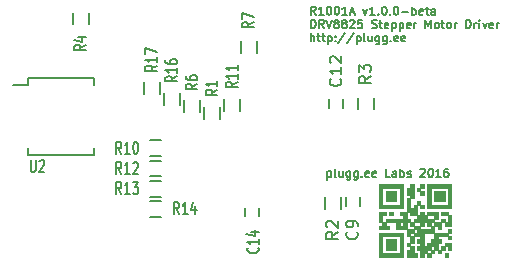
<source format=gbr>
G04 #@! TF.FileFunction,Legend,Top*
%FSLAX46Y46*%
G04 Gerber Fmt 4.6, Leading zero omitted, Abs format (unit mm)*
G04 Created by KiCad (PCBNEW 4.0.2+e4-6225~38~ubuntu14.04.1-stable) date Sat 23 Jul 2016 00:12:46 PDT*
%MOMM*%
G01*
G04 APERTURE LIST*
%ADD10C,0.100000*%
%ADD11C,0.150000*%
%ADD12C,0.010000*%
G04 APERTURE END LIST*
D10*
D11*
X154391667Y-85050000D02*
X154391667Y-85750000D01*
X154391667Y-85083333D02*
X154458333Y-85050000D01*
X154591667Y-85050000D01*
X154658333Y-85083333D01*
X154691667Y-85116667D01*
X154725000Y-85183333D01*
X154725000Y-85383333D01*
X154691667Y-85450000D01*
X154658333Y-85483333D01*
X154591667Y-85516667D01*
X154458333Y-85516667D01*
X154391667Y-85483333D01*
X155125000Y-85516667D02*
X155058333Y-85483333D01*
X155025000Y-85416667D01*
X155025000Y-84816667D01*
X155691667Y-85050000D02*
X155691667Y-85516667D01*
X155391667Y-85050000D02*
X155391667Y-85416667D01*
X155425000Y-85483333D01*
X155491667Y-85516667D01*
X155591667Y-85516667D01*
X155658333Y-85483333D01*
X155691667Y-85450000D01*
X156325000Y-85050000D02*
X156325000Y-85616667D01*
X156291666Y-85683333D01*
X156258333Y-85716667D01*
X156191666Y-85750000D01*
X156091666Y-85750000D01*
X156025000Y-85716667D01*
X156325000Y-85483333D02*
X156258333Y-85516667D01*
X156125000Y-85516667D01*
X156058333Y-85483333D01*
X156025000Y-85450000D01*
X155991666Y-85383333D01*
X155991666Y-85183333D01*
X156025000Y-85116667D01*
X156058333Y-85083333D01*
X156125000Y-85050000D01*
X156258333Y-85050000D01*
X156325000Y-85083333D01*
X156958333Y-85050000D02*
X156958333Y-85616667D01*
X156924999Y-85683333D01*
X156891666Y-85716667D01*
X156824999Y-85750000D01*
X156724999Y-85750000D01*
X156658333Y-85716667D01*
X156958333Y-85483333D02*
X156891666Y-85516667D01*
X156758333Y-85516667D01*
X156691666Y-85483333D01*
X156658333Y-85450000D01*
X156624999Y-85383333D01*
X156624999Y-85183333D01*
X156658333Y-85116667D01*
X156691666Y-85083333D01*
X156758333Y-85050000D01*
X156891666Y-85050000D01*
X156958333Y-85083333D01*
X157291666Y-85450000D02*
X157324999Y-85483333D01*
X157291666Y-85516667D01*
X157258332Y-85483333D01*
X157291666Y-85450000D01*
X157291666Y-85516667D01*
X157891665Y-85483333D02*
X157824999Y-85516667D01*
X157691665Y-85516667D01*
X157624999Y-85483333D01*
X157591665Y-85416667D01*
X157591665Y-85150000D01*
X157624999Y-85083333D01*
X157691665Y-85050000D01*
X157824999Y-85050000D01*
X157891665Y-85083333D01*
X157924999Y-85150000D01*
X157924999Y-85216667D01*
X157591665Y-85283333D01*
X158491665Y-85483333D02*
X158424999Y-85516667D01*
X158291665Y-85516667D01*
X158224999Y-85483333D01*
X158191665Y-85416667D01*
X158191665Y-85150000D01*
X158224999Y-85083333D01*
X158291665Y-85050000D01*
X158424999Y-85050000D01*
X158491665Y-85083333D01*
X158524999Y-85150000D01*
X158524999Y-85216667D01*
X158191665Y-85283333D01*
X159691665Y-85516667D02*
X159358332Y-85516667D01*
X159358332Y-84816667D01*
X160224999Y-85516667D02*
X160224999Y-85150000D01*
X160191665Y-85083333D01*
X160124999Y-85050000D01*
X159991665Y-85050000D01*
X159924999Y-85083333D01*
X160224999Y-85483333D02*
X160158332Y-85516667D01*
X159991665Y-85516667D01*
X159924999Y-85483333D01*
X159891665Y-85416667D01*
X159891665Y-85350000D01*
X159924999Y-85283333D01*
X159991665Y-85250000D01*
X160158332Y-85250000D01*
X160224999Y-85216667D01*
X160558332Y-85516667D02*
X160558332Y-84816667D01*
X160558332Y-85083333D02*
X160624998Y-85050000D01*
X160758332Y-85050000D01*
X160824998Y-85083333D01*
X160858332Y-85116667D01*
X160891665Y-85183333D01*
X160891665Y-85383333D01*
X160858332Y-85450000D01*
X160824998Y-85483333D01*
X160758332Y-85516667D01*
X160624998Y-85516667D01*
X160558332Y-85483333D01*
X161158331Y-85483333D02*
X161224998Y-85516667D01*
X161358331Y-85516667D01*
X161424998Y-85483333D01*
X161458331Y-85416667D01*
X161458331Y-85383333D01*
X161424998Y-85316667D01*
X161358331Y-85283333D01*
X161258331Y-85283333D01*
X161191665Y-85250000D01*
X161158331Y-85183333D01*
X161158331Y-85150000D01*
X161191665Y-85083333D01*
X161258331Y-85050000D01*
X161358331Y-85050000D01*
X161424998Y-85083333D01*
X162258331Y-84883333D02*
X162291665Y-84850000D01*
X162358331Y-84816667D01*
X162524998Y-84816667D01*
X162591665Y-84850000D01*
X162624998Y-84883333D01*
X162658331Y-84950000D01*
X162658331Y-85016667D01*
X162624998Y-85116667D01*
X162224998Y-85516667D01*
X162658331Y-85516667D01*
X163091665Y-84816667D02*
X163158332Y-84816667D01*
X163224998Y-84850000D01*
X163258332Y-84883333D01*
X163291665Y-84950000D01*
X163324998Y-85083333D01*
X163324998Y-85250000D01*
X163291665Y-85383333D01*
X163258332Y-85450000D01*
X163224998Y-85483333D01*
X163158332Y-85516667D01*
X163091665Y-85516667D01*
X163024998Y-85483333D01*
X162991665Y-85450000D01*
X162958332Y-85383333D01*
X162924998Y-85250000D01*
X162924998Y-85083333D01*
X162958332Y-84950000D01*
X162991665Y-84883333D01*
X163024998Y-84850000D01*
X163091665Y-84816667D01*
X163991665Y-85516667D02*
X163591665Y-85516667D01*
X163791665Y-85516667D02*
X163791665Y-84816667D01*
X163724999Y-84916667D01*
X163658332Y-84983333D01*
X163591665Y-85016667D01*
X164591666Y-84816667D02*
X164458332Y-84816667D01*
X164391666Y-84850000D01*
X164358332Y-84883333D01*
X164291666Y-84983333D01*
X164258332Y-85116667D01*
X164258332Y-85383333D01*
X164291666Y-85450000D01*
X164324999Y-85483333D01*
X164391666Y-85516667D01*
X164524999Y-85516667D01*
X164591666Y-85483333D01*
X164624999Y-85450000D01*
X164658332Y-85383333D01*
X164658332Y-85216667D01*
X164624999Y-85150000D01*
X164591666Y-85116667D01*
X164524999Y-85083333D01*
X164391666Y-85083333D01*
X164324999Y-85116667D01*
X164291666Y-85150000D01*
X164258332Y-85216667D01*
X153391667Y-71786667D02*
X153158333Y-71453333D01*
X152991667Y-71786667D02*
X152991667Y-71086667D01*
X153258333Y-71086667D01*
X153325000Y-71120000D01*
X153358333Y-71153333D01*
X153391667Y-71220000D01*
X153391667Y-71320000D01*
X153358333Y-71386667D01*
X153325000Y-71420000D01*
X153258333Y-71453333D01*
X152991667Y-71453333D01*
X154058333Y-71786667D02*
X153658333Y-71786667D01*
X153858333Y-71786667D02*
X153858333Y-71086667D01*
X153791667Y-71186667D01*
X153725000Y-71253333D01*
X153658333Y-71286667D01*
X154491667Y-71086667D02*
X154558334Y-71086667D01*
X154625000Y-71120000D01*
X154658334Y-71153333D01*
X154691667Y-71220000D01*
X154725000Y-71353333D01*
X154725000Y-71520000D01*
X154691667Y-71653333D01*
X154658334Y-71720000D01*
X154625000Y-71753333D01*
X154558334Y-71786667D01*
X154491667Y-71786667D01*
X154425000Y-71753333D01*
X154391667Y-71720000D01*
X154358334Y-71653333D01*
X154325000Y-71520000D01*
X154325000Y-71353333D01*
X154358334Y-71220000D01*
X154391667Y-71153333D01*
X154425000Y-71120000D01*
X154491667Y-71086667D01*
X155158334Y-71086667D02*
X155225001Y-71086667D01*
X155291667Y-71120000D01*
X155325001Y-71153333D01*
X155358334Y-71220000D01*
X155391667Y-71353333D01*
X155391667Y-71520000D01*
X155358334Y-71653333D01*
X155325001Y-71720000D01*
X155291667Y-71753333D01*
X155225001Y-71786667D01*
X155158334Y-71786667D01*
X155091667Y-71753333D01*
X155058334Y-71720000D01*
X155025001Y-71653333D01*
X154991667Y-71520000D01*
X154991667Y-71353333D01*
X155025001Y-71220000D01*
X155058334Y-71153333D01*
X155091667Y-71120000D01*
X155158334Y-71086667D01*
X156058334Y-71786667D02*
X155658334Y-71786667D01*
X155858334Y-71786667D02*
X155858334Y-71086667D01*
X155791668Y-71186667D01*
X155725001Y-71253333D01*
X155658334Y-71286667D01*
X156325001Y-71586667D02*
X156658335Y-71586667D01*
X156258335Y-71786667D02*
X156491668Y-71086667D01*
X156725001Y-71786667D01*
X157425001Y-71320000D02*
X157591668Y-71786667D01*
X157758334Y-71320000D01*
X158391667Y-71786667D02*
X157991667Y-71786667D01*
X158191667Y-71786667D02*
X158191667Y-71086667D01*
X158125001Y-71186667D01*
X158058334Y-71253333D01*
X157991667Y-71286667D01*
X158691668Y-71720000D02*
X158725001Y-71753333D01*
X158691668Y-71786667D01*
X158658334Y-71753333D01*
X158691668Y-71720000D01*
X158691668Y-71786667D01*
X159158334Y-71086667D02*
X159225001Y-71086667D01*
X159291667Y-71120000D01*
X159325001Y-71153333D01*
X159358334Y-71220000D01*
X159391667Y-71353333D01*
X159391667Y-71520000D01*
X159358334Y-71653333D01*
X159325001Y-71720000D01*
X159291667Y-71753333D01*
X159225001Y-71786667D01*
X159158334Y-71786667D01*
X159091667Y-71753333D01*
X159058334Y-71720000D01*
X159025001Y-71653333D01*
X158991667Y-71520000D01*
X158991667Y-71353333D01*
X159025001Y-71220000D01*
X159058334Y-71153333D01*
X159091667Y-71120000D01*
X159158334Y-71086667D01*
X159691668Y-71720000D02*
X159725001Y-71753333D01*
X159691668Y-71786667D01*
X159658334Y-71753333D01*
X159691668Y-71720000D01*
X159691668Y-71786667D01*
X160158334Y-71086667D02*
X160225001Y-71086667D01*
X160291667Y-71120000D01*
X160325001Y-71153333D01*
X160358334Y-71220000D01*
X160391667Y-71353333D01*
X160391667Y-71520000D01*
X160358334Y-71653333D01*
X160325001Y-71720000D01*
X160291667Y-71753333D01*
X160225001Y-71786667D01*
X160158334Y-71786667D01*
X160091667Y-71753333D01*
X160058334Y-71720000D01*
X160025001Y-71653333D01*
X159991667Y-71520000D01*
X159991667Y-71353333D01*
X160025001Y-71220000D01*
X160058334Y-71153333D01*
X160091667Y-71120000D01*
X160158334Y-71086667D01*
X160691668Y-71520000D02*
X161225001Y-71520000D01*
X161558335Y-71786667D02*
X161558335Y-71086667D01*
X161558335Y-71353333D02*
X161625001Y-71320000D01*
X161758335Y-71320000D01*
X161825001Y-71353333D01*
X161858335Y-71386667D01*
X161891668Y-71453333D01*
X161891668Y-71653333D01*
X161858335Y-71720000D01*
X161825001Y-71753333D01*
X161758335Y-71786667D01*
X161625001Y-71786667D01*
X161558335Y-71753333D01*
X162458334Y-71753333D02*
X162391668Y-71786667D01*
X162258334Y-71786667D01*
X162191668Y-71753333D01*
X162158334Y-71686667D01*
X162158334Y-71420000D01*
X162191668Y-71353333D01*
X162258334Y-71320000D01*
X162391668Y-71320000D01*
X162458334Y-71353333D01*
X162491668Y-71420000D01*
X162491668Y-71486667D01*
X162158334Y-71553333D01*
X162691668Y-71320000D02*
X162958334Y-71320000D01*
X162791668Y-71086667D02*
X162791668Y-71686667D01*
X162825001Y-71753333D01*
X162891668Y-71786667D01*
X162958334Y-71786667D01*
X163491668Y-71786667D02*
X163491668Y-71420000D01*
X163458334Y-71353333D01*
X163391668Y-71320000D01*
X163258334Y-71320000D01*
X163191668Y-71353333D01*
X163491668Y-71753333D02*
X163425001Y-71786667D01*
X163258334Y-71786667D01*
X163191668Y-71753333D01*
X163158334Y-71686667D01*
X163158334Y-71620000D01*
X163191668Y-71553333D01*
X163258334Y-71520000D01*
X163425001Y-71520000D01*
X163491668Y-71486667D01*
X152991667Y-72916667D02*
X152991667Y-72216667D01*
X153158333Y-72216667D01*
X153258333Y-72250000D01*
X153325000Y-72316667D01*
X153358333Y-72383333D01*
X153391667Y-72516667D01*
X153391667Y-72616667D01*
X153358333Y-72750000D01*
X153325000Y-72816667D01*
X153258333Y-72883333D01*
X153158333Y-72916667D01*
X152991667Y-72916667D01*
X154091667Y-72916667D02*
X153858333Y-72583333D01*
X153691667Y-72916667D02*
X153691667Y-72216667D01*
X153958333Y-72216667D01*
X154025000Y-72250000D01*
X154058333Y-72283333D01*
X154091667Y-72350000D01*
X154091667Y-72450000D01*
X154058333Y-72516667D01*
X154025000Y-72550000D01*
X153958333Y-72583333D01*
X153691667Y-72583333D01*
X154291667Y-72216667D02*
X154525000Y-72916667D01*
X154758333Y-72216667D01*
X155091667Y-72516667D02*
X155025000Y-72483333D01*
X154991667Y-72450000D01*
X154958333Y-72383333D01*
X154958333Y-72350000D01*
X154991667Y-72283333D01*
X155025000Y-72250000D01*
X155091667Y-72216667D01*
X155225000Y-72216667D01*
X155291667Y-72250000D01*
X155325000Y-72283333D01*
X155358333Y-72350000D01*
X155358333Y-72383333D01*
X155325000Y-72450000D01*
X155291667Y-72483333D01*
X155225000Y-72516667D01*
X155091667Y-72516667D01*
X155025000Y-72550000D01*
X154991667Y-72583333D01*
X154958333Y-72650000D01*
X154958333Y-72783333D01*
X154991667Y-72850000D01*
X155025000Y-72883333D01*
X155091667Y-72916667D01*
X155225000Y-72916667D01*
X155291667Y-72883333D01*
X155325000Y-72850000D01*
X155358333Y-72783333D01*
X155358333Y-72650000D01*
X155325000Y-72583333D01*
X155291667Y-72550000D01*
X155225000Y-72516667D01*
X155758334Y-72516667D02*
X155691667Y-72483333D01*
X155658334Y-72450000D01*
X155625000Y-72383333D01*
X155625000Y-72350000D01*
X155658334Y-72283333D01*
X155691667Y-72250000D01*
X155758334Y-72216667D01*
X155891667Y-72216667D01*
X155958334Y-72250000D01*
X155991667Y-72283333D01*
X156025000Y-72350000D01*
X156025000Y-72383333D01*
X155991667Y-72450000D01*
X155958334Y-72483333D01*
X155891667Y-72516667D01*
X155758334Y-72516667D01*
X155691667Y-72550000D01*
X155658334Y-72583333D01*
X155625000Y-72650000D01*
X155625000Y-72783333D01*
X155658334Y-72850000D01*
X155691667Y-72883333D01*
X155758334Y-72916667D01*
X155891667Y-72916667D01*
X155958334Y-72883333D01*
X155991667Y-72850000D01*
X156025000Y-72783333D01*
X156025000Y-72650000D01*
X155991667Y-72583333D01*
X155958334Y-72550000D01*
X155891667Y-72516667D01*
X156291667Y-72283333D02*
X156325001Y-72250000D01*
X156391667Y-72216667D01*
X156558334Y-72216667D01*
X156625001Y-72250000D01*
X156658334Y-72283333D01*
X156691667Y-72350000D01*
X156691667Y-72416667D01*
X156658334Y-72516667D01*
X156258334Y-72916667D01*
X156691667Y-72916667D01*
X157325001Y-72216667D02*
X156991668Y-72216667D01*
X156958334Y-72550000D01*
X156991668Y-72516667D01*
X157058334Y-72483333D01*
X157225001Y-72483333D01*
X157291668Y-72516667D01*
X157325001Y-72550000D01*
X157358334Y-72616667D01*
X157358334Y-72783333D01*
X157325001Y-72850000D01*
X157291668Y-72883333D01*
X157225001Y-72916667D01*
X157058334Y-72916667D01*
X156991668Y-72883333D01*
X156958334Y-72850000D01*
X158158334Y-72883333D02*
X158258334Y-72916667D01*
X158425001Y-72916667D01*
X158491668Y-72883333D01*
X158525001Y-72850000D01*
X158558334Y-72783333D01*
X158558334Y-72716667D01*
X158525001Y-72650000D01*
X158491668Y-72616667D01*
X158425001Y-72583333D01*
X158291668Y-72550000D01*
X158225001Y-72516667D01*
X158191668Y-72483333D01*
X158158334Y-72416667D01*
X158158334Y-72350000D01*
X158191668Y-72283333D01*
X158225001Y-72250000D01*
X158291668Y-72216667D01*
X158458334Y-72216667D01*
X158558334Y-72250000D01*
X158758335Y-72450000D02*
X159025001Y-72450000D01*
X158858335Y-72216667D02*
X158858335Y-72816667D01*
X158891668Y-72883333D01*
X158958335Y-72916667D01*
X159025001Y-72916667D01*
X159525001Y-72883333D02*
X159458335Y-72916667D01*
X159325001Y-72916667D01*
X159258335Y-72883333D01*
X159225001Y-72816667D01*
X159225001Y-72550000D01*
X159258335Y-72483333D01*
X159325001Y-72450000D01*
X159458335Y-72450000D01*
X159525001Y-72483333D01*
X159558335Y-72550000D01*
X159558335Y-72616667D01*
X159225001Y-72683333D01*
X159858335Y-72450000D02*
X159858335Y-73150000D01*
X159858335Y-72483333D02*
X159925001Y-72450000D01*
X160058335Y-72450000D01*
X160125001Y-72483333D01*
X160158335Y-72516667D01*
X160191668Y-72583333D01*
X160191668Y-72783333D01*
X160158335Y-72850000D01*
X160125001Y-72883333D01*
X160058335Y-72916667D01*
X159925001Y-72916667D01*
X159858335Y-72883333D01*
X160491668Y-72450000D02*
X160491668Y-73150000D01*
X160491668Y-72483333D02*
X160558334Y-72450000D01*
X160691668Y-72450000D01*
X160758334Y-72483333D01*
X160791668Y-72516667D01*
X160825001Y-72583333D01*
X160825001Y-72783333D01*
X160791668Y-72850000D01*
X160758334Y-72883333D01*
X160691668Y-72916667D01*
X160558334Y-72916667D01*
X160491668Y-72883333D01*
X161391667Y-72883333D02*
X161325001Y-72916667D01*
X161191667Y-72916667D01*
X161125001Y-72883333D01*
X161091667Y-72816667D01*
X161091667Y-72550000D01*
X161125001Y-72483333D01*
X161191667Y-72450000D01*
X161325001Y-72450000D01*
X161391667Y-72483333D01*
X161425001Y-72550000D01*
X161425001Y-72616667D01*
X161091667Y-72683333D01*
X161725001Y-72916667D02*
X161725001Y-72450000D01*
X161725001Y-72583333D02*
X161758334Y-72516667D01*
X161791667Y-72483333D01*
X161858334Y-72450000D01*
X161925001Y-72450000D01*
X162691667Y-72916667D02*
X162691667Y-72216667D01*
X162925000Y-72716667D01*
X163158333Y-72216667D01*
X163158333Y-72916667D01*
X163591667Y-72916667D02*
X163525000Y-72883333D01*
X163491667Y-72850000D01*
X163458333Y-72783333D01*
X163458333Y-72583333D01*
X163491667Y-72516667D01*
X163525000Y-72483333D01*
X163591667Y-72450000D01*
X163691667Y-72450000D01*
X163758333Y-72483333D01*
X163791667Y-72516667D01*
X163825000Y-72583333D01*
X163825000Y-72783333D01*
X163791667Y-72850000D01*
X163758333Y-72883333D01*
X163691667Y-72916667D01*
X163591667Y-72916667D01*
X164025000Y-72450000D02*
X164291666Y-72450000D01*
X164125000Y-72216667D02*
X164125000Y-72816667D01*
X164158333Y-72883333D01*
X164225000Y-72916667D01*
X164291666Y-72916667D01*
X164625000Y-72916667D02*
X164558333Y-72883333D01*
X164525000Y-72850000D01*
X164491666Y-72783333D01*
X164491666Y-72583333D01*
X164525000Y-72516667D01*
X164558333Y-72483333D01*
X164625000Y-72450000D01*
X164725000Y-72450000D01*
X164791666Y-72483333D01*
X164825000Y-72516667D01*
X164858333Y-72583333D01*
X164858333Y-72783333D01*
X164825000Y-72850000D01*
X164791666Y-72883333D01*
X164725000Y-72916667D01*
X164625000Y-72916667D01*
X165158333Y-72916667D02*
X165158333Y-72450000D01*
X165158333Y-72583333D02*
X165191666Y-72516667D01*
X165224999Y-72483333D01*
X165291666Y-72450000D01*
X165358333Y-72450000D01*
X166124999Y-72916667D02*
X166124999Y-72216667D01*
X166291665Y-72216667D01*
X166391665Y-72250000D01*
X166458332Y-72316667D01*
X166491665Y-72383333D01*
X166524999Y-72516667D01*
X166524999Y-72616667D01*
X166491665Y-72750000D01*
X166458332Y-72816667D01*
X166391665Y-72883333D01*
X166291665Y-72916667D01*
X166124999Y-72916667D01*
X166824999Y-72916667D02*
X166824999Y-72450000D01*
X166824999Y-72583333D02*
X166858332Y-72516667D01*
X166891665Y-72483333D01*
X166958332Y-72450000D01*
X167024999Y-72450000D01*
X167258332Y-72916667D02*
X167258332Y-72450000D01*
X167258332Y-72216667D02*
X167224998Y-72250000D01*
X167258332Y-72283333D01*
X167291665Y-72250000D01*
X167258332Y-72216667D01*
X167258332Y-72283333D01*
X167524998Y-72450000D02*
X167691665Y-72916667D01*
X167858331Y-72450000D01*
X168391664Y-72883333D02*
X168324998Y-72916667D01*
X168191664Y-72916667D01*
X168124998Y-72883333D01*
X168091664Y-72816667D01*
X168091664Y-72550000D01*
X168124998Y-72483333D01*
X168191664Y-72450000D01*
X168324998Y-72450000D01*
X168391664Y-72483333D01*
X168424998Y-72550000D01*
X168424998Y-72616667D01*
X168091664Y-72683333D01*
X168724998Y-72916667D02*
X168724998Y-72450000D01*
X168724998Y-72583333D02*
X168758331Y-72516667D01*
X168791664Y-72483333D01*
X168858331Y-72450000D01*
X168924998Y-72450000D01*
X152991667Y-74046667D02*
X152991667Y-73346667D01*
X153291667Y-74046667D02*
X153291667Y-73680000D01*
X153258333Y-73613333D01*
X153191667Y-73580000D01*
X153091667Y-73580000D01*
X153025000Y-73613333D01*
X152991667Y-73646667D01*
X153525000Y-73580000D02*
X153791666Y-73580000D01*
X153625000Y-73346667D02*
X153625000Y-73946667D01*
X153658333Y-74013333D01*
X153725000Y-74046667D01*
X153791666Y-74046667D01*
X153925000Y-73580000D02*
X154191666Y-73580000D01*
X154025000Y-73346667D02*
X154025000Y-73946667D01*
X154058333Y-74013333D01*
X154125000Y-74046667D01*
X154191666Y-74046667D01*
X154425000Y-73580000D02*
X154425000Y-74280000D01*
X154425000Y-73613333D02*
X154491666Y-73580000D01*
X154625000Y-73580000D01*
X154691666Y-73613333D01*
X154725000Y-73646667D01*
X154758333Y-73713333D01*
X154758333Y-73913333D01*
X154725000Y-73980000D01*
X154691666Y-74013333D01*
X154625000Y-74046667D01*
X154491666Y-74046667D01*
X154425000Y-74013333D01*
X155058333Y-73980000D02*
X155091666Y-74013333D01*
X155058333Y-74046667D01*
X155024999Y-74013333D01*
X155058333Y-73980000D01*
X155058333Y-74046667D01*
X155058333Y-73613333D02*
X155091666Y-73646667D01*
X155058333Y-73680000D01*
X155024999Y-73646667D01*
X155058333Y-73613333D01*
X155058333Y-73680000D01*
X155891666Y-73313333D02*
X155291666Y-74213333D01*
X156624999Y-73313333D02*
X156024999Y-74213333D01*
X156858332Y-73580000D02*
X156858332Y-74280000D01*
X156858332Y-73613333D02*
X156924998Y-73580000D01*
X157058332Y-73580000D01*
X157124998Y-73613333D01*
X157158332Y-73646667D01*
X157191665Y-73713333D01*
X157191665Y-73913333D01*
X157158332Y-73980000D01*
X157124998Y-74013333D01*
X157058332Y-74046667D01*
X156924998Y-74046667D01*
X156858332Y-74013333D01*
X157591665Y-74046667D02*
X157524998Y-74013333D01*
X157491665Y-73946667D01*
X157491665Y-73346667D01*
X158158332Y-73580000D02*
X158158332Y-74046667D01*
X157858332Y-73580000D02*
X157858332Y-73946667D01*
X157891665Y-74013333D01*
X157958332Y-74046667D01*
X158058332Y-74046667D01*
X158124998Y-74013333D01*
X158158332Y-73980000D01*
X158791665Y-73580000D02*
X158791665Y-74146667D01*
X158758331Y-74213333D01*
X158724998Y-74246667D01*
X158658331Y-74280000D01*
X158558331Y-74280000D01*
X158491665Y-74246667D01*
X158791665Y-74013333D02*
X158724998Y-74046667D01*
X158591665Y-74046667D01*
X158524998Y-74013333D01*
X158491665Y-73980000D01*
X158458331Y-73913333D01*
X158458331Y-73713333D01*
X158491665Y-73646667D01*
X158524998Y-73613333D01*
X158591665Y-73580000D01*
X158724998Y-73580000D01*
X158791665Y-73613333D01*
X159424998Y-73580000D02*
X159424998Y-74146667D01*
X159391664Y-74213333D01*
X159358331Y-74246667D01*
X159291664Y-74280000D01*
X159191664Y-74280000D01*
X159124998Y-74246667D01*
X159424998Y-74013333D02*
X159358331Y-74046667D01*
X159224998Y-74046667D01*
X159158331Y-74013333D01*
X159124998Y-73980000D01*
X159091664Y-73913333D01*
X159091664Y-73713333D01*
X159124998Y-73646667D01*
X159158331Y-73613333D01*
X159224998Y-73580000D01*
X159358331Y-73580000D01*
X159424998Y-73613333D01*
X159758331Y-73980000D02*
X159791664Y-74013333D01*
X159758331Y-74046667D01*
X159724997Y-74013333D01*
X159758331Y-73980000D01*
X159758331Y-74046667D01*
X160358330Y-74013333D02*
X160291664Y-74046667D01*
X160158330Y-74046667D01*
X160091664Y-74013333D01*
X160058330Y-73946667D01*
X160058330Y-73680000D01*
X160091664Y-73613333D01*
X160158330Y-73580000D01*
X160291664Y-73580000D01*
X160358330Y-73613333D01*
X160391664Y-73680000D01*
X160391664Y-73746667D01*
X160058330Y-73813333D01*
X160958330Y-74013333D02*
X160891664Y-74046667D01*
X160758330Y-74046667D01*
X160691664Y-74013333D01*
X160658330Y-73946667D01*
X160658330Y-73680000D01*
X160691664Y-73613333D01*
X160758330Y-73580000D01*
X160891664Y-73580000D01*
X160958330Y-73613333D01*
X160991664Y-73680000D01*
X160991664Y-73746667D01*
X160658330Y-73813333D01*
X158300000Y-78800000D02*
X158300000Y-79800000D01*
X156950000Y-79800000D02*
X156950000Y-78800000D01*
X157125000Y-87250000D02*
X157125000Y-87950000D01*
X155925000Y-87950000D02*
X155925000Y-87250000D01*
X154525000Y-79650000D02*
X154525000Y-78950000D01*
X155725000Y-78950000D02*
X155725000Y-79650000D01*
X148625000Y-88150000D02*
X148625000Y-88850000D01*
X147425000Y-88850000D02*
X147425000Y-88150000D01*
X143950000Y-80600000D02*
X143950000Y-79600000D01*
X145300000Y-79600000D02*
X145300000Y-80600000D01*
X154150000Y-88200000D02*
X154150000Y-87200000D01*
X155500000Y-87200000D02*
X155500000Y-88200000D01*
X147050000Y-75000000D02*
X147050000Y-74000000D01*
X148400000Y-74000000D02*
X148400000Y-75000000D01*
X145650000Y-79900000D02*
X145650000Y-78900000D01*
X147000000Y-78900000D02*
X147000000Y-79900000D01*
X132850000Y-72600000D02*
X132850000Y-71600000D01*
X134200000Y-71600000D02*
X134200000Y-72600000D01*
X129050000Y-77125000D02*
X129050000Y-77700000D01*
X134600000Y-77125000D02*
X134600000Y-77700000D01*
X134600000Y-83675000D02*
X134600000Y-83100000D01*
X129050000Y-83675000D02*
X129050000Y-83100000D01*
X129050000Y-77125000D02*
X134600000Y-77125000D01*
X129050000Y-83675000D02*
X134600000Y-83675000D01*
X129050000Y-77700000D02*
X127775000Y-77700000D01*
X142250000Y-80000000D02*
X142250000Y-79000000D01*
X143600000Y-79000000D02*
X143600000Y-80000000D01*
X140325000Y-83775000D02*
X139325000Y-83775000D01*
X139325000Y-82425000D02*
X140325000Y-82425000D01*
X140325000Y-85475000D02*
X139325000Y-85475000D01*
X139325000Y-84125000D02*
X140325000Y-84125000D01*
X140325000Y-87175000D02*
X139325000Y-87175000D01*
X139325000Y-85825000D02*
X140325000Y-85825000D01*
X140325000Y-88875000D02*
X139325000Y-88875000D01*
X139325000Y-87525000D02*
X140325000Y-87525000D01*
X140550000Y-79400000D02*
X140550000Y-78400000D01*
X141900000Y-78400000D02*
X141900000Y-79400000D01*
X138850000Y-78500000D02*
X138850000Y-77500000D01*
X140200000Y-77500000D02*
X140200000Y-78500000D01*
D12*
G36*
X160803161Y-92265517D02*
X158759483Y-92265517D01*
X158759483Y-90513793D01*
X159051437Y-90513793D01*
X159051437Y-91973563D01*
X160511207Y-91973563D01*
X160511207Y-90513793D01*
X159051437Y-90513793D01*
X158759483Y-90513793D01*
X158759483Y-90221839D01*
X160803161Y-90221839D01*
X160803161Y-92265517D01*
X160803161Y-92265517D01*
G37*
X160803161Y-92265517D02*
X158759483Y-92265517D01*
X158759483Y-90513793D01*
X159051437Y-90513793D01*
X159051437Y-91973563D01*
X160511207Y-91973563D01*
X160511207Y-90513793D01*
X159051437Y-90513793D01*
X158759483Y-90513793D01*
X158759483Y-90221839D01*
X160803161Y-90221839D01*
X160803161Y-92265517D01*
G36*
X161679023Y-91973563D02*
X161970977Y-91973563D01*
X161970977Y-92265517D01*
X161095115Y-92265517D01*
X161095115Y-91681609D01*
X161387069Y-91681609D01*
X161387069Y-91389655D01*
X161679023Y-91389655D01*
X161679023Y-91973563D01*
X161679023Y-91973563D01*
G37*
X161679023Y-91973563D02*
X161970977Y-91973563D01*
X161970977Y-92265517D01*
X161095115Y-92265517D01*
X161095115Y-91681609D01*
X161387069Y-91681609D01*
X161387069Y-91389655D01*
X161679023Y-91389655D01*
X161679023Y-91973563D01*
G36*
X164014655Y-91973563D02*
X163722701Y-91973563D01*
X163722701Y-91681609D01*
X164014655Y-91681609D01*
X164014655Y-91973563D01*
X164014655Y-91973563D01*
G37*
X164014655Y-91973563D02*
X163722701Y-91973563D01*
X163722701Y-91681609D01*
X164014655Y-91681609D01*
X164014655Y-91973563D01*
G36*
X164306609Y-91097701D02*
X164890517Y-91097701D01*
X164890517Y-91681609D01*
X164598563Y-91681609D01*
X164598563Y-91389655D01*
X164306609Y-91389655D01*
X164306609Y-91097701D01*
X164306609Y-91097701D01*
G37*
X164306609Y-91097701D02*
X164890517Y-91097701D01*
X164890517Y-91681609D01*
X164598563Y-91681609D01*
X164598563Y-91389655D01*
X164306609Y-91389655D01*
X164306609Y-91097701D01*
G36*
X161387069Y-91389655D02*
X161095115Y-91389655D01*
X161095115Y-91097701D01*
X161387069Y-91097701D01*
X161387069Y-91389655D01*
X161387069Y-91389655D01*
G37*
X161387069Y-91389655D02*
X161095115Y-91389655D01*
X161095115Y-91097701D01*
X161387069Y-91097701D01*
X161387069Y-91389655D01*
G36*
X164890517Y-90805747D02*
X164598563Y-90805747D01*
X164598563Y-90513793D01*
X164890517Y-90513793D01*
X164890517Y-90805747D01*
X164890517Y-90805747D01*
G37*
X164890517Y-90805747D02*
X164598563Y-90805747D01*
X164598563Y-90513793D01*
X164890517Y-90513793D01*
X164890517Y-90805747D01*
G36*
X164890517Y-90221839D02*
X164598563Y-90221839D01*
X164598563Y-89929885D01*
X164890517Y-89929885D01*
X164890517Y-90221839D01*
X164890517Y-90221839D01*
G37*
X164890517Y-90221839D02*
X164598563Y-90221839D01*
X164598563Y-89929885D01*
X164890517Y-89929885D01*
X164890517Y-90221839D01*
G36*
X164890517Y-89637931D02*
X164306609Y-89637931D01*
X164306609Y-89345977D01*
X164598563Y-89345977D01*
X164598563Y-88762069D01*
X164890517Y-88762069D01*
X164890517Y-89637931D01*
X164890517Y-89637931D01*
G37*
X164890517Y-89637931D02*
X164306609Y-89637931D01*
X164306609Y-89345977D01*
X164598563Y-89345977D01*
X164598563Y-88762069D01*
X164890517Y-88762069D01*
X164890517Y-89637931D01*
G36*
X159343391Y-88762069D02*
X159051437Y-88762069D01*
X159051437Y-89345977D01*
X158759483Y-89345977D01*
X158759483Y-88470115D01*
X159343391Y-88470115D01*
X159343391Y-88762069D01*
X159343391Y-88762069D01*
G37*
X159343391Y-88762069D02*
X159051437Y-88762069D01*
X159051437Y-89345977D01*
X158759483Y-89345977D01*
X158759483Y-88470115D01*
X159343391Y-88470115D01*
X159343391Y-88762069D01*
G36*
X164306609Y-89345977D02*
X164014655Y-89345977D01*
X164014655Y-89054023D01*
X164306609Y-89054023D01*
X164306609Y-89345977D01*
X164306609Y-89345977D01*
G37*
X164306609Y-89345977D02*
X164014655Y-89345977D01*
X164014655Y-89054023D01*
X164306609Y-89054023D01*
X164306609Y-89345977D01*
G36*
X164598563Y-88762069D02*
X164014655Y-88762069D01*
X164014655Y-88470115D01*
X164598563Y-88470115D01*
X164598563Y-88762069D01*
X164598563Y-88762069D01*
G37*
X164598563Y-88762069D02*
X164014655Y-88762069D01*
X164014655Y-88470115D01*
X164598563Y-88470115D01*
X164598563Y-88762069D01*
G36*
X162554885Y-88178161D02*
X162262931Y-88178161D01*
X162262931Y-87886207D01*
X162554885Y-87886207D01*
X162554885Y-88178161D01*
X162554885Y-88178161D01*
G37*
X162554885Y-88178161D02*
X162262931Y-88178161D01*
X162262931Y-87886207D01*
X162554885Y-87886207D01*
X162554885Y-88178161D01*
G36*
X162262931Y-87886207D02*
X161970977Y-87886207D01*
X161970977Y-87594253D01*
X162262931Y-87594253D01*
X162262931Y-87886207D01*
X162262931Y-87886207D01*
G37*
X162262931Y-87886207D02*
X161970977Y-87886207D01*
X161970977Y-87594253D01*
X162262931Y-87594253D01*
X162262931Y-87886207D01*
G36*
X161679023Y-87302299D02*
X161387069Y-87302299D01*
X161387069Y-87010345D01*
X161095115Y-87010345D01*
X161095115Y-86426437D01*
X161387069Y-86426437D01*
X161387069Y-86134483D01*
X161679023Y-86134483D01*
X161679023Y-87302299D01*
X161679023Y-87302299D01*
G37*
X161679023Y-87302299D02*
X161387069Y-87302299D01*
X161387069Y-87010345D01*
X161095115Y-87010345D01*
X161095115Y-86426437D01*
X161387069Y-86426437D01*
X161387069Y-86134483D01*
X161679023Y-86134483D01*
X161679023Y-87302299D01*
G36*
X159343391Y-89637931D02*
X159635345Y-89637931D01*
X159635345Y-89929885D01*
X158759483Y-89929885D01*
X158759483Y-89637931D01*
X159051437Y-89637931D01*
X159051437Y-89345977D01*
X159343391Y-89345977D01*
X159343391Y-89637931D01*
X159343391Y-89637931D01*
G37*
X159343391Y-89637931D02*
X159635345Y-89637931D01*
X159635345Y-89929885D01*
X158759483Y-89929885D01*
X158759483Y-89637931D01*
X159051437Y-89637931D01*
X159051437Y-89345977D01*
X159343391Y-89345977D01*
X159343391Y-89637931D01*
G36*
X164306609Y-91681609D02*
X164014655Y-91681609D01*
X164014655Y-91389655D01*
X164306609Y-91389655D01*
X164306609Y-91681609D01*
X164306609Y-91681609D01*
G37*
X164306609Y-91681609D02*
X164014655Y-91681609D01*
X164014655Y-91389655D01*
X164306609Y-91389655D01*
X164306609Y-91681609D01*
G36*
X164598563Y-90221839D02*
X164598563Y-90513793D01*
X163722701Y-90513793D01*
X163722701Y-90805747D01*
X164014655Y-90805747D01*
X164014655Y-91097701D01*
X163722701Y-91097701D01*
X163722701Y-91681609D01*
X163430747Y-91681609D01*
X163430747Y-91973563D01*
X163138793Y-91973563D01*
X163138793Y-92265517D01*
X162846839Y-92265517D01*
X162846839Y-91973563D01*
X162554885Y-91973563D01*
X162554885Y-92265517D01*
X162262931Y-92265517D01*
X162262931Y-91681609D01*
X162846839Y-91681609D01*
X162846839Y-91973563D01*
X163138793Y-91973563D01*
X163138793Y-91681609D01*
X162846839Y-91681609D01*
X162262931Y-91681609D01*
X161970977Y-91681609D01*
X161970977Y-91389655D01*
X162262931Y-91389655D01*
X162262931Y-91097701D01*
X161970977Y-91097701D01*
X161970977Y-90805747D01*
X162262931Y-90805747D01*
X162262931Y-90513793D01*
X161679023Y-90513793D01*
X161679023Y-91097701D01*
X161387069Y-91097701D01*
X161387069Y-90513793D01*
X161095115Y-90513793D01*
X161095115Y-90221839D01*
X161387069Y-90221839D01*
X161387069Y-90513793D01*
X161679023Y-90513793D01*
X161679023Y-90221839D01*
X161387069Y-90221839D01*
X161095115Y-90221839D01*
X161095115Y-89929885D01*
X160219253Y-89929885D01*
X160219253Y-89345977D01*
X160511207Y-89345977D01*
X160511207Y-89637931D01*
X160803161Y-89637931D01*
X160803161Y-89345977D01*
X160511207Y-89345977D01*
X160219253Y-89345977D01*
X159343391Y-89345977D01*
X159343391Y-89054023D01*
X160803161Y-89054023D01*
X160803161Y-88762069D01*
X160511207Y-88762069D01*
X160511207Y-88470115D01*
X161095115Y-88470115D01*
X161095115Y-89054023D01*
X161387069Y-89054023D01*
X161387069Y-89345977D01*
X161095115Y-89345977D01*
X161095115Y-89929885D01*
X161679023Y-89929885D01*
X161679023Y-90221839D01*
X161970977Y-90221839D01*
X162554885Y-90221839D01*
X162554885Y-91389655D01*
X162846839Y-91389655D01*
X163138793Y-91389655D01*
X163138793Y-91681609D01*
X163430747Y-91681609D01*
X163430747Y-91389655D01*
X163138793Y-91389655D01*
X162846839Y-91389655D01*
X162846839Y-91097701D01*
X163138793Y-91097701D01*
X163138793Y-90805747D01*
X163430747Y-90805747D01*
X163430747Y-90221839D01*
X162554885Y-90221839D01*
X161970977Y-90221839D01*
X161970977Y-89929885D01*
X161679023Y-89929885D01*
X161679023Y-89637931D01*
X162262931Y-89637931D01*
X162262931Y-89929885D01*
X163138793Y-89929885D01*
X163138793Y-89637931D01*
X162846839Y-89637931D01*
X162846839Y-89345977D01*
X163138793Y-89345977D01*
X163138793Y-89637931D01*
X163430747Y-89637931D01*
X163430747Y-89345977D01*
X163138793Y-89345977D01*
X162846839Y-89345977D01*
X162554885Y-89345977D01*
X162554885Y-89637931D01*
X162262931Y-89637931D01*
X162262931Y-89345977D01*
X161679023Y-89345977D01*
X161679023Y-89054023D01*
X161970977Y-89054023D01*
X161970977Y-88762069D01*
X161387069Y-88762069D01*
X161387069Y-88470115D01*
X161095115Y-88470115D01*
X161095115Y-87302299D01*
X161387069Y-87302299D01*
X161387069Y-88178161D01*
X161679023Y-88178161D01*
X161679023Y-87886207D01*
X161970977Y-87886207D01*
X161970977Y-88762069D01*
X162262931Y-88762069D01*
X162262931Y-88470115D01*
X162554885Y-88470115D01*
X162554885Y-88762069D01*
X162846839Y-88762069D01*
X162846839Y-89054023D01*
X163430747Y-89054023D01*
X163430747Y-88762069D01*
X162846839Y-88762069D01*
X162846839Y-88470115D01*
X163722701Y-88470115D01*
X163722701Y-89054023D01*
X163430747Y-89054023D01*
X163430747Y-89345977D01*
X164014655Y-89345977D01*
X164014655Y-89929885D01*
X163722701Y-89929885D01*
X163722701Y-89637931D01*
X163430747Y-89637931D01*
X163430747Y-90221839D01*
X164598563Y-90221839D01*
X164598563Y-90221839D01*
G37*
X164598563Y-90221839D02*
X164598563Y-90513793D01*
X163722701Y-90513793D01*
X163722701Y-90805747D01*
X164014655Y-90805747D01*
X164014655Y-91097701D01*
X163722701Y-91097701D01*
X163722701Y-91681609D01*
X163430747Y-91681609D01*
X163430747Y-91973563D01*
X163138793Y-91973563D01*
X163138793Y-92265517D01*
X162846839Y-92265517D01*
X162846839Y-91973563D01*
X162554885Y-91973563D01*
X162554885Y-92265517D01*
X162262931Y-92265517D01*
X162262931Y-91681609D01*
X162846839Y-91681609D01*
X162846839Y-91973563D01*
X163138793Y-91973563D01*
X163138793Y-91681609D01*
X162846839Y-91681609D01*
X162262931Y-91681609D01*
X161970977Y-91681609D01*
X161970977Y-91389655D01*
X162262931Y-91389655D01*
X162262931Y-91097701D01*
X161970977Y-91097701D01*
X161970977Y-90805747D01*
X162262931Y-90805747D01*
X162262931Y-90513793D01*
X161679023Y-90513793D01*
X161679023Y-91097701D01*
X161387069Y-91097701D01*
X161387069Y-90513793D01*
X161095115Y-90513793D01*
X161095115Y-90221839D01*
X161387069Y-90221839D01*
X161387069Y-90513793D01*
X161679023Y-90513793D01*
X161679023Y-90221839D01*
X161387069Y-90221839D01*
X161095115Y-90221839D01*
X161095115Y-89929885D01*
X160219253Y-89929885D01*
X160219253Y-89345977D01*
X160511207Y-89345977D01*
X160511207Y-89637931D01*
X160803161Y-89637931D01*
X160803161Y-89345977D01*
X160511207Y-89345977D01*
X160219253Y-89345977D01*
X159343391Y-89345977D01*
X159343391Y-89054023D01*
X160803161Y-89054023D01*
X160803161Y-88762069D01*
X160511207Y-88762069D01*
X160511207Y-88470115D01*
X161095115Y-88470115D01*
X161095115Y-89054023D01*
X161387069Y-89054023D01*
X161387069Y-89345977D01*
X161095115Y-89345977D01*
X161095115Y-89929885D01*
X161679023Y-89929885D01*
X161679023Y-90221839D01*
X161970977Y-90221839D01*
X162554885Y-90221839D01*
X162554885Y-91389655D01*
X162846839Y-91389655D01*
X163138793Y-91389655D01*
X163138793Y-91681609D01*
X163430747Y-91681609D01*
X163430747Y-91389655D01*
X163138793Y-91389655D01*
X162846839Y-91389655D01*
X162846839Y-91097701D01*
X163138793Y-91097701D01*
X163138793Y-90805747D01*
X163430747Y-90805747D01*
X163430747Y-90221839D01*
X162554885Y-90221839D01*
X161970977Y-90221839D01*
X161970977Y-89929885D01*
X161679023Y-89929885D01*
X161679023Y-89637931D01*
X162262931Y-89637931D01*
X162262931Y-89929885D01*
X163138793Y-89929885D01*
X163138793Y-89637931D01*
X162846839Y-89637931D01*
X162846839Y-89345977D01*
X163138793Y-89345977D01*
X163138793Y-89637931D01*
X163430747Y-89637931D01*
X163430747Y-89345977D01*
X163138793Y-89345977D01*
X162846839Y-89345977D01*
X162554885Y-89345977D01*
X162554885Y-89637931D01*
X162262931Y-89637931D01*
X162262931Y-89345977D01*
X161679023Y-89345977D01*
X161679023Y-89054023D01*
X161970977Y-89054023D01*
X161970977Y-88762069D01*
X161387069Y-88762069D01*
X161387069Y-88470115D01*
X161095115Y-88470115D01*
X161095115Y-87302299D01*
X161387069Y-87302299D01*
X161387069Y-88178161D01*
X161679023Y-88178161D01*
X161679023Y-87886207D01*
X161970977Y-87886207D01*
X161970977Y-88762069D01*
X162262931Y-88762069D01*
X162262931Y-88470115D01*
X162554885Y-88470115D01*
X162554885Y-88762069D01*
X162846839Y-88762069D01*
X162846839Y-89054023D01*
X163430747Y-89054023D01*
X163430747Y-88762069D01*
X162846839Y-88762069D01*
X162846839Y-88470115D01*
X163722701Y-88470115D01*
X163722701Y-89054023D01*
X163430747Y-89054023D01*
X163430747Y-89345977D01*
X164014655Y-89345977D01*
X164014655Y-89929885D01*
X163722701Y-89929885D01*
X163722701Y-89637931D01*
X163430747Y-89637931D01*
X163430747Y-90221839D01*
X164598563Y-90221839D01*
G36*
X164598563Y-92265517D02*
X164306609Y-92265517D01*
X164306609Y-91973563D01*
X164598563Y-91973563D01*
X164598563Y-92265517D01*
X164598563Y-92265517D01*
G37*
X164598563Y-92265517D02*
X164306609Y-92265517D01*
X164306609Y-91973563D01*
X164598563Y-91973563D01*
X164598563Y-92265517D01*
G36*
X159927299Y-88762069D02*
X159635345Y-88762069D01*
X159635345Y-88470115D01*
X159927299Y-88470115D01*
X159927299Y-88762069D01*
X159927299Y-88762069D01*
G37*
X159927299Y-88762069D02*
X159635345Y-88762069D01*
X159635345Y-88470115D01*
X159927299Y-88470115D01*
X159927299Y-88762069D01*
G36*
X160803161Y-88178161D02*
X158759483Y-88178161D01*
X158759483Y-86426437D01*
X159051437Y-86426437D01*
X159051437Y-87886207D01*
X160511207Y-87886207D01*
X160511207Y-86426437D01*
X159051437Y-86426437D01*
X158759483Y-86426437D01*
X158759483Y-86134483D01*
X160803161Y-86134483D01*
X160803161Y-88178161D01*
X160803161Y-88178161D01*
G37*
X160803161Y-88178161D02*
X158759483Y-88178161D01*
X158759483Y-86426437D01*
X159051437Y-86426437D01*
X159051437Y-87886207D01*
X160511207Y-87886207D01*
X160511207Y-86426437D01*
X159051437Y-86426437D01*
X158759483Y-86426437D01*
X158759483Y-86134483D01*
X160803161Y-86134483D01*
X160803161Y-88178161D01*
G36*
X164890517Y-88178161D02*
X162846839Y-88178161D01*
X162846839Y-86426437D01*
X163138793Y-86426437D01*
X163138793Y-87886207D01*
X164598563Y-87886207D01*
X164598563Y-86426437D01*
X163138793Y-86426437D01*
X162846839Y-86426437D01*
X162846839Y-86134483D01*
X164890517Y-86134483D01*
X164890517Y-88178161D01*
X164890517Y-88178161D01*
G37*
X164890517Y-88178161D02*
X162846839Y-88178161D01*
X162846839Y-86426437D01*
X163138793Y-86426437D01*
X163138793Y-87886207D01*
X164598563Y-87886207D01*
X164598563Y-86426437D01*
X163138793Y-86426437D01*
X162846839Y-86426437D01*
X162846839Y-86134483D01*
X164890517Y-86134483D01*
X164890517Y-88178161D01*
G36*
X162554885Y-87010345D02*
X162262931Y-87010345D01*
X162262931Y-86718391D01*
X162554885Y-86718391D01*
X162554885Y-87010345D01*
X162554885Y-87010345D01*
G37*
X162554885Y-87010345D02*
X162262931Y-87010345D01*
X162262931Y-86718391D01*
X162554885Y-86718391D01*
X162554885Y-87010345D01*
G36*
X162262931Y-86718391D02*
X161970977Y-86718391D01*
X161970977Y-86426437D01*
X162262931Y-86426437D01*
X162262931Y-86718391D01*
X162262931Y-86718391D01*
G37*
X162262931Y-86718391D02*
X161970977Y-86718391D01*
X161970977Y-86426437D01*
X162262931Y-86426437D01*
X162262931Y-86718391D01*
G36*
X162554885Y-86426437D02*
X162262931Y-86426437D01*
X162262931Y-86134483D01*
X162554885Y-86134483D01*
X162554885Y-86426437D01*
X162554885Y-86426437D01*
G37*
X162554885Y-86426437D02*
X162262931Y-86426437D01*
X162262931Y-86134483D01*
X162554885Y-86134483D01*
X162554885Y-86426437D01*
G36*
X160219253Y-91681609D02*
X159343391Y-91681609D01*
X159343391Y-90805747D01*
X160219253Y-90805747D01*
X160219253Y-91681609D01*
X160219253Y-91681609D01*
G37*
X160219253Y-91681609D02*
X159343391Y-91681609D01*
X159343391Y-90805747D01*
X160219253Y-90805747D01*
X160219253Y-91681609D01*
G36*
X161679023Y-89637931D02*
X161387069Y-89637931D01*
X161387069Y-89345977D01*
X161679023Y-89345977D01*
X161679023Y-89637931D01*
X161679023Y-89637931D01*
G37*
X161679023Y-89637931D02*
X161387069Y-89637931D01*
X161387069Y-89345977D01*
X161679023Y-89345977D01*
X161679023Y-89637931D01*
G36*
X160219253Y-87594253D02*
X159343391Y-87594253D01*
X159343391Y-86718391D01*
X160219253Y-86718391D01*
X160219253Y-87594253D01*
X160219253Y-87594253D01*
G37*
X160219253Y-87594253D02*
X159343391Y-87594253D01*
X159343391Y-86718391D01*
X160219253Y-86718391D01*
X160219253Y-87594253D01*
G36*
X164306609Y-87594253D02*
X163430747Y-87594253D01*
X163430747Y-86718391D01*
X164306609Y-86718391D01*
X164306609Y-87594253D01*
X164306609Y-87594253D01*
G37*
X164306609Y-87594253D02*
X163430747Y-87594253D01*
X163430747Y-86718391D01*
X164306609Y-86718391D01*
X164306609Y-87594253D01*
D11*
X158077381Y-76966666D02*
X157601190Y-77300000D01*
X158077381Y-77538095D02*
X157077381Y-77538095D01*
X157077381Y-77157142D01*
X157125000Y-77061904D01*
X157172619Y-77014285D01*
X157267857Y-76966666D01*
X157410714Y-76966666D01*
X157505952Y-77014285D01*
X157553571Y-77061904D01*
X157601190Y-77157142D01*
X157601190Y-77538095D01*
X157077381Y-76633333D02*
X157077381Y-76014285D01*
X157458333Y-76347619D01*
X157458333Y-76204761D01*
X157505952Y-76109523D01*
X157553571Y-76061904D01*
X157648810Y-76014285D01*
X157886905Y-76014285D01*
X157982143Y-76061904D01*
X158029762Y-76109523D01*
X158077381Y-76204761D01*
X158077381Y-76490476D01*
X158029762Y-76585714D01*
X157982143Y-76633333D01*
X156882143Y-90166666D02*
X156929762Y-90214285D01*
X156977381Y-90357142D01*
X156977381Y-90452380D01*
X156929762Y-90595238D01*
X156834524Y-90690476D01*
X156739286Y-90738095D01*
X156548810Y-90785714D01*
X156405952Y-90785714D01*
X156215476Y-90738095D01*
X156120238Y-90690476D01*
X156025000Y-90595238D01*
X155977381Y-90452380D01*
X155977381Y-90357142D01*
X156025000Y-90214285D01*
X156072619Y-90166666D01*
X156977381Y-89690476D02*
X156977381Y-89500000D01*
X156929762Y-89404761D01*
X156882143Y-89357142D01*
X156739286Y-89261904D01*
X156548810Y-89214285D01*
X156167857Y-89214285D01*
X156072619Y-89261904D01*
X156025000Y-89309523D01*
X155977381Y-89404761D01*
X155977381Y-89595238D01*
X156025000Y-89690476D01*
X156072619Y-89738095D01*
X156167857Y-89785714D01*
X156405952Y-89785714D01*
X156501190Y-89738095D01*
X156548810Y-89690476D01*
X156596429Y-89595238D01*
X156596429Y-89404761D01*
X156548810Y-89309523D01*
X156501190Y-89261904D01*
X156405952Y-89214285D01*
X155482143Y-77192857D02*
X155529762Y-77240476D01*
X155577381Y-77383333D01*
X155577381Y-77478571D01*
X155529762Y-77621429D01*
X155434524Y-77716667D01*
X155339286Y-77764286D01*
X155148810Y-77811905D01*
X155005952Y-77811905D01*
X154815476Y-77764286D01*
X154720238Y-77716667D01*
X154625000Y-77621429D01*
X154577381Y-77478571D01*
X154577381Y-77383333D01*
X154625000Y-77240476D01*
X154672619Y-77192857D01*
X155577381Y-76240476D02*
X155577381Y-76811905D01*
X155577381Y-76526191D02*
X154577381Y-76526191D01*
X154720238Y-76621429D01*
X154815476Y-76716667D01*
X154863095Y-76811905D01*
X154672619Y-75859524D02*
X154625000Y-75811905D01*
X154577381Y-75716667D01*
X154577381Y-75478571D01*
X154625000Y-75383333D01*
X154672619Y-75335714D01*
X154767857Y-75288095D01*
X154863095Y-75288095D01*
X155005952Y-75335714D01*
X155577381Y-75907143D01*
X155577381Y-75288095D01*
X148482143Y-91507143D02*
X148529762Y-91542857D01*
X148577381Y-91650000D01*
X148577381Y-91721429D01*
X148529762Y-91828572D01*
X148434524Y-91900000D01*
X148339286Y-91935715D01*
X148148810Y-91971429D01*
X148005952Y-91971429D01*
X147815476Y-91935715D01*
X147720238Y-91900000D01*
X147625000Y-91828572D01*
X147577381Y-91721429D01*
X147577381Y-91650000D01*
X147625000Y-91542857D01*
X147672619Y-91507143D01*
X148577381Y-90792857D02*
X148577381Y-91221429D01*
X148577381Y-91007143D02*
X147577381Y-91007143D01*
X147720238Y-91078572D01*
X147815476Y-91150000D01*
X147863095Y-91221429D01*
X147910714Y-90150000D02*
X148577381Y-90150000D01*
X147529762Y-90328571D02*
X148244048Y-90507143D01*
X148244048Y-90042857D01*
X145077381Y-78125000D02*
X144601190Y-78375000D01*
X145077381Y-78553572D02*
X144077381Y-78553572D01*
X144077381Y-78267857D01*
X144125000Y-78196429D01*
X144172619Y-78160714D01*
X144267857Y-78125000D01*
X144410714Y-78125000D01*
X144505952Y-78160714D01*
X144553571Y-78196429D01*
X144601190Y-78267857D01*
X144601190Y-78553572D01*
X145077381Y-77410714D02*
X145077381Y-77839286D01*
X145077381Y-77625000D02*
X144077381Y-77625000D01*
X144220238Y-77696429D01*
X144315476Y-77767857D01*
X144363095Y-77839286D01*
X155277381Y-90166666D02*
X154801190Y-90500000D01*
X155277381Y-90738095D02*
X154277381Y-90738095D01*
X154277381Y-90357142D01*
X154325000Y-90261904D01*
X154372619Y-90214285D01*
X154467857Y-90166666D01*
X154610714Y-90166666D01*
X154705952Y-90214285D01*
X154753571Y-90261904D01*
X154801190Y-90357142D01*
X154801190Y-90738095D01*
X154372619Y-89785714D02*
X154325000Y-89738095D01*
X154277381Y-89642857D01*
X154277381Y-89404761D01*
X154325000Y-89309523D01*
X154372619Y-89261904D01*
X154467857Y-89214285D01*
X154563095Y-89214285D01*
X154705952Y-89261904D01*
X155277381Y-89833333D01*
X155277381Y-89214285D01*
X148177381Y-72425000D02*
X147701190Y-72675000D01*
X148177381Y-72853572D02*
X147177381Y-72853572D01*
X147177381Y-72567857D01*
X147225000Y-72496429D01*
X147272619Y-72460714D01*
X147367857Y-72425000D01*
X147510714Y-72425000D01*
X147605952Y-72460714D01*
X147653571Y-72496429D01*
X147701190Y-72567857D01*
X147701190Y-72853572D01*
X147177381Y-72175000D02*
X147177381Y-71675000D01*
X148177381Y-71996429D01*
X146777381Y-77482143D02*
X146301190Y-77732143D01*
X146777381Y-77910715D02*
X145777381Y-77910715D01*
X145777381Y-77625000D01*
X145825000Y-77553572D01*
X145872619Y-77517857D01*
X145967857Y-77482143D01*
X146110714Y-77482143D01*
X146205952Y-77517857D01*
X146253571Y-77553572D01*
X146301190Y-77625000D01*
X146301190Y-77910715D01*
X146777381Y-76767857D02*
X146777381Y-77196429D01*
X146777381Y-76982143D02*
X145777381Y-76982143D01*
X145920238Y-77053572D01*
X146015476Y-77125000D01*
X146063095Y-77196429D01*
X146777381Y-76053571D02*
X146777381Y-76482143D01*
X146777381Y-76267857D02*
X145777381Y-76267857D01*
X145920238Y-76339286D01*
X146015476Y-76410714D01*
X146063095Y-76482143D01*
X133952381Y-74350000D02*
X133476190Y-74600000D01*
X133952381Y-74778572D02*
X132952381Y-74778572D01*
X132952381Y-74492857D01*
X133000000Y-74421429D01*
X133047619Y-74385714D01*
X133142857Y-74350000D01*
X133285714Y-74350000D01*
X133380952Y-74385714D01*
X133428571Y-74421429D01*
X133476190Y-74492857D01*
X133476190Y-74778572D01*
X133285714Y-73707143D02*
X133952381Y-73707143D01*
X132904762Y-73885714D02*
X133619048Y-74064286D01*
X133619048Y-73600000D01*
X129253571Y-84102381D02*
X129253571Y-84911905D01*
X129289286Y-85007143D01*
X129325000Y-85054762D01*
X129396429Y-85102381D01*
X129539286Y-85102381D01*
X129610714Y-85054762D01*
X129646429Y-85007143D01*
X129682143Y-84911905D01*
X129682143Y-84102381D01*
X130003571Y-84197619D02*
X130039285Y-84150000D01*
X130110714Y-84102381D01*
X130289285Y-84102381D01*
X130360714Y-84150000D01*
X130396428Y-84197619D01*
X130432143Y-84292857D01*
X130432143Y-84388095D01*
X130396428Y-84530952D01*
X129967857Y-85102381D01*
X130432143Y-85102381D01*
X143377381Y-77625000D02*
X142901190Y-77875000D01*
X143377381Y-78053572D02*
X142377381Y-78053572D01*
X142377381Y-77767857D01*
X142425000Y-77696429D01*
X142472619Y-77660714D01*
X142567857Y-77625000D01*
X142710714Y-77625000D01*
X142805952Y-77660714D01*
X142853571Y-77696429D01*
X142901190Y-77767857D01*
X142901190Y-78053572D01*
X142377381Y-76982143D02*
X142377381Y-77125000D01*
X142425000Y-77196429D01*
X142472619Y-77232143D01*
X142615476Y-77303572D01*
X142805952Y-77339286D01*
X143186905Y-77339286D01*
X143282143Y-77303572D01*
X143329762Y-77267857D01*
X143377381Y-77196429D01*
X143377381Y-77053572D01*
X143329762Y-76982143D01*
X143282143Y-76946429D01*
X143186905Y-76910714D01*
X142948810Y-76910714D01*
X142853571Y-76946429D01*
X142805952Y-76982143D01*
X142758333Y-77053572D01*
X142758333Y-77196429D01*
X142805952Y-77267857D01*
X142853571Y-77303572D01*
X142948810Y-77339286D01*
X136942857Y-83552381D02*
X136692857Y-83076190D01*
X136514285Y-83552381D02*
X136514285Y-82552381D01*
X136800000Y-82552381D01*
X136871428Y-82600000D01*
X136907143Y-82647619D01*
X136942857Y-82742857D01*
X136942857Y-82885714D01*
X136907143Y-82980952D01*
X136871428Y-83028571D01*
X136800000Y-83076190D01*
X136514285Y-83076190D01*
X137657143Y-83552381D02*
X137228571Y-83552381D01*
X137442857Y-83552381D02*
X137442857Y-82552381D01*
X137371428Y-82695238D01*
X137300000Y-82790476D01*
X137228571Y-82838095D01*
X138121429Y-82552381D02*
X138192857Y-82552381D01*
X138264286Y-82600000D01*
X138300000Y-82647619D01*
X138335714Y-82742857D01*
X138371429Y-82933333D01*
X138371429Y-83171429D01*
X138335714Y-83361905D01*
X138300000Y-83457143D01*
X138264286Y-83504762D01*
X138192857Y-83552381D01*
X138121429Y-83552381D01*
X138050000Y-83504762D01*
X138014286Y-83457143D01*
X137978571Y-83361905D01*
X137942857Y-83171429D01*
X137942857Y-82933333D01*
X137978571Y-82742857D01*
X138014286Y-82647619D01*
X138050000Y-82600000D01*
X138121429Y-82552381D01*
X136942857Y-85252381D02*
X136692857Y-84776190D01*
X136514285Y-85252381D02*
X136514285Y-84252381D01*
X136800000Y-84252381D01*
X136871428Y-84300000D01*
X136907143Y-84347619D01*
X136942857Y-84442857D01*
X136942857Y-84585714D01*
X136907143Y-84680952D01*
X136871428Y-84728571D01*
X136800000Y-84776190D01*
X136514285Y-84776190D01*
X137657143Y-85252381D02*
X137228571Y-85252381D01*
X137442857Y-85252381D02*
X137442857Y-84252381D01*
X137371428Y-84395238D01*
X137300000Y-84490476D01*
X137228571Y-84538095D01*
X137942857Y-84347619D02*
X137978571Y-84300000D01*
X138050000Y-84252381D01*
X138228571Y-84252381D01*
X138300000Y-84300000D01*
X138335714Y-84347619D01*
X138371429Y-84442857D01*
X138371429Y-84538095D01*
X138335714Y-84680952D01*
X137907143Y-85252381D01*
X138371429Y-85252381D01*
X136942857Y-86952381D02*
X136692857Y-86476190D01*
X136514285Y-86952381D02*
X136514285Y-85952381D01*
X136800000Y-85952381D01*
X136871428Y-86000000D01*
X136907143Y-86047619D01*
X136942857Y-86142857D01*
X136942857Y-86285714D01*
X136907143Y-86380952D01*
X136871428Y-86428571D01*
X136800000Y-86476190D01*
X136514285Y-86476190D01*
X137657143Y-86952381D02*
X137228571Y-86952381D01*
X137442857Y-86952381D02*
X137442857Y-85952381D01*
X137371428Y-86095238D01*
X137300000Y-86190476D01*
X137228571Y-86238095D01*
X137907143Y-85952381D02*
X138371429Y-85952381D01*
X138121429Y-86333333D01*
X138228571Y-86333333D01*
X138300000Y-86380952D01*
X138335714Y-86428571D01*
X138371429Y-86523810D01*
X138371429Y-86761905D01*
X138335714Y-86857143D01*
X138300000Y-86904762D01*
X138228571Y-86952381D01*
X138014286Y-86952381D01*
X137942857Y-86904762D01*
X137907143Y-86857143D01*
X141842857Y-88652381D02*
X141592857Y-88176190D01*
X141414285Y-88652381D02*
X141414285Y-87652381D01*
X141700000Y-87652381D01*
X141771428Y-87700000D01*
X141807143Y-87747619D01*
X141842857Y-87842857D01*
X141842857Y-87985714D01*
X141807143Y-88080952D01*
X141771428Y-88128571D01*
X141700000Y-88176190D01*
X141414285Y-88176190D01*
X142557143Y-88652381D02*
X142128571Y-88652381D01*
X142342857Y-88652381D02*
X142342857Y-87652381D01*
X142271428Y-87795238D01*
X142200000Y-87890476D01*
X142128571Y-87938095D01*
X143200000Y-87985714D02*
X143200000Y-88652381D01*
X143021429Y-87604762D02*
X142842857Y-88319048D01*
X143307143Y-88319048D01*
X141677381Y-76982143D02*
X141201190Y-77232143D01*
X141677381Y-77410715D02*
X140677381Y-77410715D01*
X140677381Y-77125000D01*
X140725000Y-77053572D01*
X140772619Y-77017857D01*
X140867857Y-76982143D01*
X141010714Y-76982143D01*
X141105952Y-77017857D01*
X141153571Y-77053572D01*
X141201190Y-77125000D01*
X141201190Y-77410715D01*
X141677381Y-76267857D02*
X141677381Y-76696429D01*
X141677381Y-76482143D02*
X140677381Y-76482143D01*
X140820238Y-76553572D01*
X140915476Y-76625000D01*
X140963095Y-76696429D01*
X140677381Y-75625000D02*
X140677381Y-75767857D01*
X140725000Y-75839286D01*
X140772619Y-75875000D01*
X140915476Y-75946429D01*
X141105952Y-75982143D01*
X141486905Y-75982143D01*
X141582143Y-75946429D01*
X141629762Y-75910714D01*
X141677381Y-75839286D01*
X141677381Y-75696429D01*
X141629762Y-75625000D01*
X141582143Y-75589286D01*
X141486905Y-75553571D01*
X141248810Y-75553571D01*
X141153571Y-75589286D01*
X141105952Y-75625000D01*
X141058333Y-75696429D01*
X141058333Y-75839286D01*
X141105952Y-75910714D01*
X141153571Y-75946429D01*
X141248810Y-75982143D01*
X139977381Y-76082143D02*
X139501190Y-76332143D01*
X139977381Y-76510715D02*
X138977381Y-76510715D01*
X138977381Y-76225000D01*
X139025000Y-76153572D01*
X139072619Y-76117857D01*
X139167857Y-76082143D01*
X139310714Y-76082143D01*
X139405952Y-76117857D01*
X139453571Y-76153572D01*
X139501190Y-76225000D01*
X139501190Y-76510715D01*
X139977381Y-75367857D02*
X139977381Y-75796429D01*
X139977381Y-75582143D02*
X138977381Y-75582143D01*
X139120238Y-75653572D01*
X139215476Y-75725000D01*
X139263095Y-75796429D01*
X138977381Y-75117857D02*
X138977381Y-74617857D01*
X139977381Y-74939286D01*
M02*

</source>
